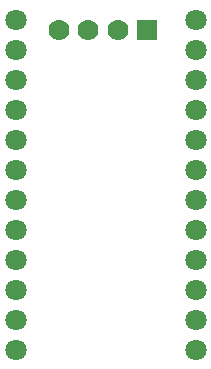
<source format=gbr>
%TF.GenerationSoftware,Altium Limited,Altium Designer,23.7.1 (13)*%
G04 Layer_Color=16711935*
%FSLAX45Y45*%
%MOMM*%
%TF.SameCoordinates,324F84FA-45DE-4E37-BCC6-85F6FB8D9206*%
%TF.FilePolarity,Negative*%
%TF.FileFunction,Soldermask,Bot*%
%TF.Part,Single*%
G01*
G75*
%TA.AperFunction,ComponentPad*%
%ADD29C,1.80320*%
%ADD30R,1.77820X1.77820*%
%ADD31C,1.77820*%
D29*
X5459500Y3090500D02*
D03*
X3935500Y5884500D02*
D03*
Y5630500D02*
D03*
Y5376500D02*
D03*
Y5122500D02*
D03*
Y4868500D02*
D03*
Y4614500D02*
D03*
Y4360500D02*
D03*
Y4106500D02*
D03*
Y3852500D02*
D03*
Y3598500D02*
D03*
Y3344500D02*
D03*
X5459500D02*
D03*
Y3598500D02*
D03*
Y3852500D02*
D03*
Y4106500D02*
D03*
Y4360500D02*
D03*
Y4614500D02*
D03*
Y4868500D02*
D03*
Y5122500D02*
D03*
Y5376500D02*
D03*
Y5630500D02*
D03*
Y5884500D02*
D03*
X3935500Y3090500D02*
D03*
D30*
X5050003Y5799999D02*
D03*
D31*
X4800001D02*
D03*
X4549999D02*
D03*
X4300002D02*
D03*
%TF.MD5,0c07991953e247bf77762a2f10880207*%
M02*

</source>
